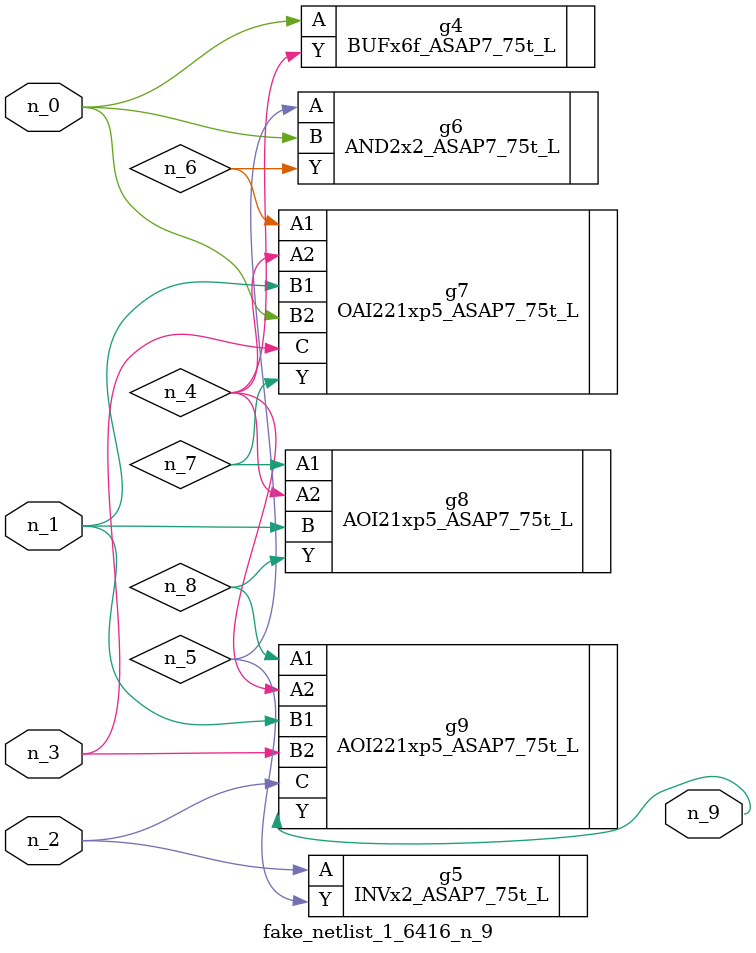
<source format=v>
module fake_netlist_1_6416_n_9 (n_3, n_1, n_2, n_0, n_9);
input n_3;
input n_1;
input n_2;
input n_0;
output n_9;
wire n_6;
wire n_4;
wire n_5;
wire n_7;
wire n_8;
BUFx6f_ASAP7_75t_L g4 ( .A(n_0), .Y(n_4) );
INVx2_ASAP7_75t_L g5 ( .A(n_2), .Y(n_5) );
AND2x2_ASAP7_75t_L g6 ( .A(n_5), .B(n_0), .Y(n_6) );
OAI221xp5_ASAP7_75t_L g7 ( .A1(n_6), .A2(n_4), .B1(n_1), .B2(n_0), .C(n_3), .Y(n_7) );
AOI21xp5_ASAP7_75t_L g8 ( .A1(n_7), .A2(n_4), .B(n_1), .Y(n_8) );
AOI221xp5_ASAP7_75t_L g9 ( .A1(n_8), .A2(n_4), .B1(n_1), .B2(n_3), .C(n_2), .Y(n_9) );
endmodule
</source>
